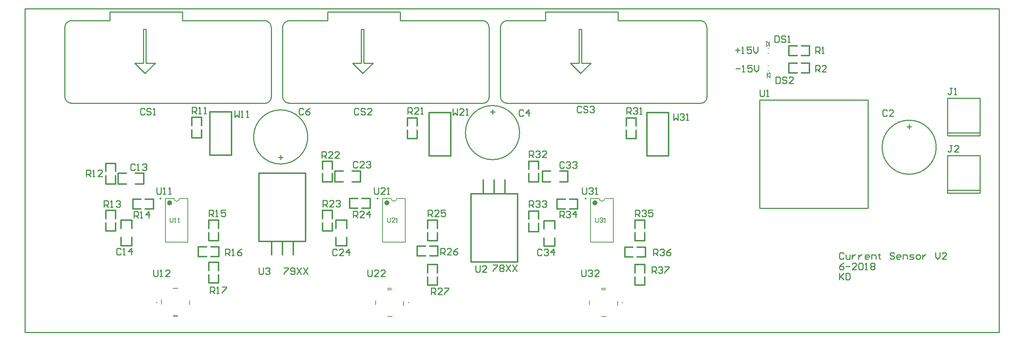
<source format=gto>
G04*
G04 #@! TF.GenerationSoftware,Altium Limited,Altium Designer,18.0.9 (584)*
G04*
G04 Layer_Color=65535*
%FSLAX43Y43*%
%MOMM*%
G71*
G01*
G75*
%ADD10C,0.254*%
%ADD11C,0.152*%
%ADD12C,0.200*%
%ADD13C,0.250*%
%ADD14C,0.600*%
%ADD15C,0.305*%
%ADD16C,0.178*%
D10*
X158563Y53883D02*
G03*
X159963Y55283I33J1367D01*
G01*
X159963Y71683D02*
G03*
X158363Y73283I-1600J0D01*
G01*
X113363D02*
G03*
X111563Y71683I-100J-1700D01*
G01*
X111563Y55483D02*
G03*
X113163Y53883I1600J0D01*
G01*
X107509D02*
G03*
X108909Y55283I33J1367D01*
G01*
X108909Y71683D02*
G03*
X107309Y73283I-1600J0D01*
G01*
X62309D02*
G03*
X60509Y71683I-100J-1700D01*
G01*
X60509Y55483D02*
G03*
X62109Y53883I1600J0D01*
G01*
X56455D02*
G03*
X57855Y55283I33J1367D01*
G01*
X57855Y71683D02*
G03*
X56255Y73283I-1600J0D01*
G01*
X11255D02*
G03*
X9455Y71683I-100J-1700D01*
G01*
X9455Y55483D02*
G03*
X11055Y53883I1600J0D01*
G01*
X66421Y45974D02*
G03*
X66421Y45974I-6350J0D01*
G01*
X116078Y46990D02*
G03*
X116078Y46990I-6350J0D01*
G01*
X213741Y43561D02*
G03*
X213741Y43561I-6350J0D01*
G01*
X139163Y73283D02*
X158363D01*
X112963D02*
X122163D01*
Y75283D01*
X139163D01*
Y73283D02*
Y75283D01*
X111563Y55483D02*
Y71683D01*
X112963Y53883D02*
X158563D01*
X159963Y55283D02*
Y71683D01*
X129963Y71283D02*
X130563D01*
X129963Y63283D02*
Y71283D01*
X127963Y63283D02*
X129963D01*
X127963D02*
X130363Y60883D01*
X132763Y63283D01*
X130563D02*
X132763D01*
X130563D02*
Y71283D01*
X88109Y73283D02*
X107309D01*
X61909D02*
X71109D01*
Y75283D01*
X88109D01*
Y73283D02*
Y75283D01*
X60509Y55483D02*
Y71683D01*
X61909Y53883D02*
X107509D01*
X108909Y55283D02*
Y71683D01*
X78909Y71283D02*
X79509D01*
X78909Y63283D02*
Y71283D01*
X76909Y63283D02*
X78909D01*
X76909D02*
X79309Y60883D01*
X81709Y63283D01*
X79509D02*
X81709D01*
X79509D02*
Y71283D01*
X37055Y73283D02*
X56255D01*
X10855D02*
X20055D01*
Y75283D01*
X37055D01*
Y73283D02*
Y75283D01*
X9455Y55483D02*
Y71683D01*
X10855Y53883D02*
X56455D01*
X57855Y55283D02*
Y71683D01*
X27855Y71283D02*
X28455D01*
X27855Y63283D02*
Y71283D01*
X25855Y63283D02*
X27855D01*
X25855D02*
X28255Y60883D01*
X30655Y63283D01*
X28455D02*
X30655D01*
X28455D02*
Y71283D01*
X60071Y40640D02*
Y41656D01*
X59563Y41148D02*
X60579D01*
X109728Y51308D02*
Y52324D01*
X109220Y51816D02*
X110236D01*
X207391Y47879D02*
Y48895D01*
X206883Y48387D02*
X207899D01*
X172329Y29210D02*
Y54610D01*
X197729D01*
Y29210D02*
Y54610D01*
X172329Y29210D02*
X197729D01*
X218135Y55067D02*
X224003D01*
X216332D02*
X218135D01*
X216332Y46279D02*
Y55067D01*
X224003Y46279D02*
Y55067D01*
X216332Y46279D02*
X224003D01*
X216357Y46965D02*
X224003D01*
X218135Y41605D02*
X224003D01*
X216332D02*
X218135D01*
X216332Y32817D02*
Y41605D01*
X224003Y32817D02*
Y41605D01*
X216332Y32817D02*
X224003D01*
X216357Y33503D02*
X224003D01*
X192024Y18591D02*
X191770Y18845D01*
X191262D01*
X191008Y18591D01*
Y17576D01*
X191262Y17322D01*
X191770D01*
X192024Y17576D01*
X192532Y18337D02*
Y17576D01*
X192785Y17322D01*
X193547D01*
Y18337D01*
X194055D02*
Y17322D01*
Y17829D01*
X194309Y18083D01*
X194563Y18337D01*
X194817D01*
X195579D02*
Y17322D01*
Y17829D01*
X195832Y18083D01*
X196086Y18337D01*
X196340D01*
X197864Y17322D02*
X197356D01*
X197102Y17576D01*
Y18083D01*
X197356Y18337D01*
X197864D01*
X198118Y18083D01*
Y17829D01*
X197102D01*
X198626Y17322D02*
Y18337D01*
X199387D01*
X199641Y18083D01*
Y17322D01*
X200403Y18591D02*
Y18337D01*
X200149D01*
X200657D01*
X200403D01*
Y17576D01*
X200657Y17322D01*
X203958Y18591D02*
X203704Y18845D01*
X203196D01*
X202942Y18591D01*
Y18337D01*
X203196Y18083D01*
X203704D01*
X203958Y17829D01*
Y17576D01*
X203704Y17322D01*
X203196D01*
X202942Y17576D01*
X205227Y17322D02*
X204720D01*
X204466Y17576D01*
Y18083D01*
X204720Y18337D01*
X205227D01*
X205481Y18083D01*
Y17829D01*
X204466D01*
X205989Y17322D02*
Y18337D01*
X206751D01*
X207005Y18083D01*
Y17322D01*
X207513D02*
X208274D01*
X208528Y17576D01*
X208274Y17829D01*
X207767D01*
X207513Y18083D01*
X207767Y18337D01*
X208528D01*
X209290Y17322D02*
X209798D01*
X210052Y17576D01*
Y18083D01*
X209798Y18337D01*
X209290D01*
X209036Y18083D01*
Y17576D01*
X209290Y17322D01*
X210560Y18337D02*
Y17322D01*
Y17829D01*
X210814Y18083D01*
X211068Y18337D01*
X211321D01*
X213607Y18845D02*
Y17829D01*
X214115Y17322D01*
X214622Y17829D01*
Y18845D01*
X216146Y17322D02*
X215130D01*
X216146Y18337D01*
Y18591D01*
X215892Y18845D01*
X215384D01*
X215130Y18591D01*
X192024Y16407D02*
X191516Y16153D01*
X191008Y15646D01*
Y15138D01*
X191262Y14884D01*
X191770D01*
X192024Y15138D01*
Y15392D01*
X191770Y15646D01*
X191008D01*
X192532D02*
X193547D01*
X195071Y14884D02*
X194055D01*
X195071Y15899D01*
Y16153D01*
X194817Y16407D01*
X194309D01*
X194055Y16153D01*
X195579D02*
X195832Y16407D01*
X196340D01*
X196594Y16153D01*
Y15138D01*
X196340Y14884D01*
X195832D01*
X195579Y15138D01*
Y16153D01*
X197102Y14884D02*
X197610D01*
X197356D01*
Y16407D01*
X197102Y16153D01*
X198372D02*
X198626Y16407D01*
X199133D01*
X199387Y16153D01*
Y15899D01*
X199133Y15646D01*
X199387Y15392D01*
Y15138D01*
X199133Y14884D01*
X198626D01*
X198372Y15138D01*
Y15392D01*
X198626Y15646D01*
X198372Y15899D01*
Y16153D01*
X198626Y15646D02*
X199133D01*
X191008Y13970D02*
Y12446D01*
Y12954D01*
X192024Y13970D01*
X191262Y13208D01*
X192024Y12446D01*
X192532Y13970D02*
Y12446D01*
X193293D01*
X193547Y12700D01*
Y13716D01*
X193293Y13970D01*
X192532D01*
X166751Y61976D02*
X167767D01*
X168275Y61214D02*
X168782D01*
X168528D01*
Y62738D01*
X168275Y62484D01*
X170560Y62738D02*
X169544D01*
Y61976D01*
X170052Y62230D01*
X170306D01*
X170560Y61976D01*
Y61468D01*
X170306Y61214D01*
X169798D01*
X169544Y61468D01*
X171068Y62738D02*
Y61722D01*
X171575Y61214D01*
X172083Y61722D01*
Y62738D01*
X166624Y66294D02*
X167640D01*
X167132Y66802D02*
Y65786D01*
X168148Y65532D02*
X168655D01*
X168401D01*
Y67056D01*
X168148Y66802D01*
X170433Y67056D02*
X169417D01*
Y66294D01*
X169925Y66548D01*
X170179D01*
X170433Y66294D01*
Y65786D01*
X170179Y65532D01*
X169671D01*
X169417Y65786D01*
X170941Y67056D02*
Y66040D01*
X171448Y65532D01*
X171956Y66040D01*
Y67056D01*
X152146Y51435D02*
Y49911D01*
X152654Y50419D01*
X153162Y49911D01*
Y51435D01*
X153670Y51181D02*
X153923Y51435D01*
X154431D01*
X154685Y51181D01*
Y50927D01*
X154431Y50673D01*
X154177D01*
X154431D01*
X154685Y50419D01*
Y50165D01*
X154431Y49911D01*
X153923D01*
X153670Y50165D01*
X155193Y49911D02*
X155701D01*
X155447D01*
Y51435D01*
X155193Y51181D01*
X100457Y52578D02*
Y51054D01*
X100965Y51562D01*
X101473Y51054D01*
Y52578D01*
X102996Y51054D02*
X101981D01*
X102996Y52070D01*
Y52324D01*
X102742Y52578D01*
X102234D01*
X101981Y52324D01*
X103504Y51054D02*
X104012D01*
X103758D01*
Y52578D01*
X103504Y52324D01*
X49276Y52070D02*
Y50546D01*
X49784Y51054D01*
X50292Y50546D01*
Y52070D01*
X50800Y50546D02*
X51307D01*
X51053D01*
Y52070D01*
X50800Y51816D01*
X52069Y50546D02*
X52577D01*
X52323D01*
Y52070D01*
X52069Y51816D01*
X130620Y14797D02*
Y13527D01*
X130873Y13274D01*
X131381D01*
X131635Y13527D01*
Y14797D01*
X132143Y14543D02*
X132397Y14797D01*
X132905D01*
X133159Y14543D01*
Y14289D01*
X132905Y14035D01*
X132651D01*
X132905D01*
X133159Y13781D01*
Y13527D01*
X132905Y13274D01*
X132397D01*
X132143Y13527D01*
X134682Y13274D02*
X133667D01*
X134682Y14289D01*
Y14543D01*
X134428Y14797D01*
X133920D01*
X133667Y14543D01*
X130759Y34086D02*
Y32817D01*
X131013Y32563D01*
X131521D01*
X131775Y32817D01*
Y34086D01*
X132283Y33832D02*
X132537Y34086D01*
X133044D01*
X133298Y33832D01*
Y33578D01*
X133044Y33325D01*
X132791D01*
X133044D01*
X133298Y33071D01*
Y32817D01*
X133044Y32563D01*
X132537D01*
X132283Y32817D01*
X133806Y32563D02*
X134314D01*
X134060D01*
Y34086D01*
X133806Y33832D01*
X80453Y14797D02*
Y13527D01*
X80707Y13274D01*
X81215D01*
X81469Y13527D01*
Y14797D01*
X82993Y13274D02*
X81977D01*
X82993Y14289D01*
Y14543D01*
X82739Y14797D01*
X82231D01*
X81977Y14543D01*
X84516Y13274D02*
X83501D01*
X84516Y14289D01*
Y14543D01*
X84262Y14797D01*
X83754D01*
X83501Y14543D01*
X81991Y34086D02*
Y32817D01*
X82245Y32563D01*
X82753D01*
X83007Y32817D01*
Y34086D01*
X84530Y32563D02*
X83515D01*
X84530Y33578D01*
Y33832D01*
X84276Y34086D01*
X83769D01*
X83515Y33832D01*
X85038Y32563D02*
X85546D01*
X85292D01*
Y34086D01*
X85038Y33832D01*
X30277Y14808D02*
Y13538D01*
X30531Y13284D01*
X31039D01*
X31292Y13538D01*
Y14808D01*
X31800Y13284D02*
X32308D01*
X32054D01*
Y14808D01*
X31800Y14554D01*
X34086Y13284D02*
X33070D01*
X34086Y14300D01*
Y14554D01*
X33832Y14808D01*
X33324D01*
X33070Y14554D01*
X31064Y34086D02*
Y32817D01*
X31318Y32563D01*
X31826D01*
X32080Y32817D01*
Y34086D01*
X32588Y32563D02*
X33096D01*
X32842D01*
Y34086D01*
X32588Y33832D01*
X33857Y32563D02*
X34365D01*
X34111D01*
Y34086D01*
X33857Y33832D01*
X54991Y15240D02*
Y13970D01*
X55245Y13716D01*
X55753D01*
X56007Y13970D01*
Y15240D01*
X56515Y14986D02*
X56768Y15240D01*
X57276D01*
X57530Y14986D01*
Y14732D01*
X57276Y14478D01*
X57022D01*
X57276D01*
X57530Y14224D01*
Y13970D01*
X57276Y13716D01*
X56768D01*
X56515Y13970D01*
X60833Y15240D02*
X61849D01*
Y14986D01*
X60833Y13970D01*
Y13716D01*
X62357Y13970D02*
X62610Y13716D01*
X63118D01*
X63372Y13970D01*
Y14986D01*
X63118Y15240D01*
X62610D01*
X62357Y14986D01*
Y14732D01*
X62610Y14478D01*
X63372D01*
X63880Y15240D02*
X64896Y13716D01*
Y15240D02*
X63880Y13716D01*
X65404Y15240D02*
X66419Y13716D01*
Y15240D02*
X65404Y13716D01*
X105791Y15830D02*
Y14560D01*
X106045Y14306D01*
X106553D01*
X106807Y14560D01*
Y15830D01*
X108330Y14306D02*
X107315D01*
X108330Y15322D01*
Y15576D01*
X108076Y15830D01*
X107568D01*
X107315Y15576D01*
X109855Y15918D02*
X110871D01*
Y15664D01*
X109855Y14648D01*
Y14394D01*
X111379Y15664D02*
X111632Y15918D01*
X112140D01*
X112394Y15664D01*
Y15410D01*
X112140Y15156D01*
X112394Y14902D01*
Y14648D01*
X112140Y14394D01*
X111632D01*
X111379Y14648D01*
Y14902D01*
X111632Y15156D01*
X111379Y15410D01*
Y15664D01*
X111632Y15156D02*
X112140D01*
X112902Y15918D02*
X113918Y14394D01*
Y15918D02*
X112902Y14394D01*
X114426Y15918D02*
X115441Y14394D01*
Y15918D02*
X114426Y14394D01*
X172446Y57033D02*
Y55764D01*
X172700Y55510D01*
X173208D01*
X173462Y55764D01*
Y57033D01*
X173970Y55510D02*
X174477D01*
X174223D01*
Y57033D01*
X173970Y56779D01*
X147066Y13970D02*
Y15494D01*
X147828D01*
X148082Y15240D01*
Y14732D01*
X147828Y14478D01*
X147066D01*
X147574D02*
X148082Y13970D01*
X148590Y15240D02*
X148843Y15494D01*
X149351D01*
X149605Y15240D01*
Y14986D01*
X149351Y14732D01*
X149097D01*
X149351D01*
X149605Y14478D01*
Y14224D01*
X149351Y13970D01*
X148843D01*
X148590Y14224D01*
X150113Y15494D02*
X151129D01*
Y15240D01*
X150113Y14224D01*
Y13970D01*
X147447Y18161D02*
Y19685D01*
X148209D01*
X148463Y19431D01*
Y18923D01*
X148209Y18669D01*
X147447D01*
X147955D02*
X148463Y18161D01*
X148971Y19431D02*
X149224Y19685D01*
X149732D01*
X149986Y19431D01*
Y19177D01*
X149732Y18923D01*
X149478D01*
X149732D01*
X149986Y18669D01*
Y18415D01*
X149732Y18161D01*
X149224D01*
X148971Y18415D01*
X151510Y19685D02*
X151002Y19431D01*
X150494Y18923D01*
Y18415D01*
X150748Y18161D01*
X151256D01*
X151510Y18415D01*
Y18669D01*
X151256Y18923D01*
X150494D01*
X143218Y27343D02*
Y28867D01*
X143980D01*
X144234Y28613D01*
Y28105D01*
X143980Y27851D01*
X143218D01*
X143726D02*
X144234Y27343D01*
X144741Y28613D02*
X144995Y28867D01*
X145503D01*
X145757Y28613D01*
Y28359D01*
X145503Y28105D01*
X145249D01*
X145503D01*
X145757Y27851D01*
Y27597D01*
X145503Y27343D01*
X144995D01*
X144741Y27597D01*
X147281Y28867D02*
X146265D01*
Y28105D01*
X146773Y28359D01*
X147027D01*
X147281Y28105D01*
Y27597D01*
X147027Y27343D01*
X146519D01*
X146265Y27597D01*
X125476Y27051D02*
Y28575D01*
X126238D01*
X126492Y28321D01*
Y27813D01*
X126238Y27559D01*
X125476D01*
X125984D02*
X126492Y27051D01*
X127000Y28321D02*
X127253Y28575D01*
X127761D01*
X128015Y28321D01*
Y28067D01*
X127761Y27813D01*
X127507D01*
X127761D01*
X128015Y27559D01*
Y27305D01*
X127761Y27051D01*
X127253D01*
X127000Y27305D01*
X129285Y27051D02*
Y28575D01*
X128523Y27813D01*
X129539D01*
X118326Y29502D02*
Y31026D01*
X119088D01*
X119342Y30772D01*
Y30264D01*
X119088Y30010D01*
X118326D01*
X118834D02*
X119342Y29502D01*
X119849Y30772D02*
X120103Y31026D01*
X120611D01*
X120865Y30772D01*
Y30518D01*
X120611Y30264D01*
X120357D01*
X120611D01*
X120865Y30010D01*
Y29756D01*
X120611Y29502D01*
X120103D01*
X119849Y29756D01*
X121373Y30772D02*
X121627Y31026D01*
X122135D01*
X122389Y30772D01*
Y30518D01*
X122135Y30264D01*
X121881D01*
X122135D01*
X122389Y30010D01*
Y29756D01*
X122135Y29502D01*
X121627D01*
X121373Y29756D01*
X118326Y41186D02*
Y42710D01*
X119088D01*
X119342Y42456D01*
Y41948D01*
X119088Y41694D01*
X118326D01*
X118834D02*
X119342Y41186D01*
X119849Y42456D02*
X120103Y42710D01*
X120611D01*
X120865Y42456D01*
Y42202D01*
X120611Y41948D01*
X120357D01*
X120611D01*
X120865Y41694D01*
Y41440D01*
X120611Y41186D01*
X120103D01*
X119849Y41440D01*
X122389Y41186D02*
X121373D01*
X122389Y42202D01*
Y42456D01*
X122135Y42710D01*
X121627D01*
X121373Y42456D01*
X141186Y51346D02*
Y52870D01*
X141948D01*
X142202Y52616D01*
Y52108D01*
X141948Y51854D01*
X141186D01*
X141694D02*
X142202Y51346D01*
X142709Y52616D02*
X142963Y52870D01*
X143471D01*
X143725Y52616D01*
Y52362D01*
X143471Y52108D01*
X143217D01*
X143471D01*
X143725Y51854D01*
Y51600D01*
X143471Y51346D01*
X142963D01*
X142709Y51600D01*
X144233Y51346D02*
X144741D01*
X144487D01*
Y52870D01*
X144233Y52616D01*
X95377Y9017D02*
Y10541D01*
X96139D01*
X96393Y10287D01*
Y9779D01*
X96139Y9525D01*
X95377D01*
X95885D02*
X96393Y9017D01*
X97916D02*
X96901D01*
X97916Y10033D01*
Y10287D01*
X97662Y10541D01*
X97154D01*
X96901Y10287D01*
X98424Y10541D02*
X99440D01*
Y10287D01*
X98424Y9271D01*
Y9017D01*
X97536Y18288D02*
Y19812D01*
X98298D01*
X98552Y19558D01*
Y19050D01*
X98298Y18796D01*
X97536D01*
X98044D02*
X98552Y18288D01*
X100075D02*
X99060D01*
X100075Y19304D01*
Y19558D01*
X99821Y19812D01*
X99313D01*
X99060Y19558D01*
X101599Y19812D02*
X101091Y19558D01*
X100583Y19050D01*
Y18542D01*
X100837Y18288D01*
X101345D01*
X101599Y18542D01*
Y18796D01*
X101345Y19050D01*
X100583D01*
X94577Y27343D02*
Y28867D01*
X95339D01*
X95593Y28613D01*
Y28105D01*
X95339Y27851D01*
X94577D01*
X95085D02*
X95593Y27343D01*
X97116D02*
X96100D01*
X97116Y28359D01*
Y28613D01*
X96862Y28867D01*
X96354D01*
X96100Y28613D01*
X98640Y28867D02*
X97624D01*
Y28105D01*
X98132Y28359D01*
X98386D01*
X98640Y28105D01*
Y27597D01*
X98386Y27343D01*
X97878D01*
X97624Y27597D01*
X77089Y27051D02*
Y28575D01*
X77851D01*
X78105Y28321D01*
Y27813D01*
X77851Y27559D01*
X77089D01*
X77597D02*
X78105Y27051D01*
X79628D02*
X78613D01*
X79628Y28067D01*
Y28321D01*
X79374Y28575D01*
X78866D01*
X78613Y28321D01*
X80898Y27051D02*
Y28575D01*
X80136Y27813D01*
X81152D01*
X69939Y29629D02*
Y31153D01*
X70701D01*
X70955Y30899D01*
Y30391D01*
X70701Y30137D01*
X69939D01*
X70447D02*
X70955Y29629D01*
X72478D02*
X71462D01*
X72478Y30645D01*
Y30899D01*
X72224Y31153D01*
X71716D01*
X71462Y30899D01*
X72986D02*
X73240Y31153D01*
X73748D01*
X74002Y30899D01*
Y30645D01*
X73748Y30391D01*
X73494D01*
X73748D01*
X74002Y30137D01*
Y29883D01*
X73748Y29629D01*
X73240D01*
X72986Y29883D01*
X69723Y41021D02*
Y42545D01*
X70485D01*
X70739Y42291D01*
Y41783D01*
X70485Y41529D01*
X69723D01*
X70231D02*
X70739Y41021D01*
X72262D02*
X71247D01*
X72262Y42037D01*
Y42291D01*
X72008Y42545D01*
X71500D01*
X71247Y42291D01*
X73786Y41021D02*
X72770D01*
X73786Y42037D01*
Y42291D01*
X73532Y42545D01*
X73024D01*
X72770Y42291D01*
X89878Y51346D02*
Y52870D01*
X90640D01*
X90894Y52616D01*
Y52108D01*
X90640Y51854D01*
X89878D01*
X90386D02*
X90894Y51346D01*
X92417D02*
X91401D01*
X92417Y52362D01*
Y52616D01*
X92163Y52870D01*
X91655D01*
X91401Y52616D01*
X92925Y51346D02*
X93433D01*
X93179D01*
Y52870D01*
X92925Y52616D01*
X43561Y9271D02*
Y10795D01*
X44323D01*
X44577Y10541D01*
Y10033D01*
X44323Y9779D01*
X43561D01*
X44069D02*
X44577Y9271D01*
X45085D02*
X45592D01*
X45338D01*
Y10795D01*
X45085Y10541D01*
X46354Y10795D02*
X47370D01*
Y10541D01*
X46354Y9525D01*
Y9271D01*
X47117Y18161D02*
Y19685D01*
X47879D01*
X48133Y19431D01*
Y18923D01*
X47879Y18669D01*
X47117D01*
X47625D02*
X48133Y18161D01*
X48641D02*
X49148D01*
X48894D01*
Y19685D01*
X48641Y19431D01*
X50926Y19685D02*
X50418Y19431D01*
X49910Y18923D01*
Y18415D01*
X50164Y18161D01*
X50672D01*
X50926Y18415D01*
Y18669D01*
X50672Y18923D01*
X49910D01*
X43269Y27343D02*
Y28867D01*
X44031D01*
X44285Y28613D01*
Y28105D01*
X44031Y27851D01*
X43269D01*
X43777D02*
X44285Y27343D01*
X44792D02*
X45300D01*
X45046D01*
Y28867D01*
X44792Y28613D01*
X47078Y28867D02*
X46062D01*
Y28105D01*
X46570Y28359D01*
X46824D01*
X47078Y28105D01*
Y27597D01*
X46824Y27343D01*
X46316D01*
X46062Y27597D01*
X25654Y26924D02*
Y28448D01*
X26416D01*
X26670Y28194D01*
Y27686D01*
X26416Y27432D01*
X25654D01*
X26162D02*
X26670Y26924D01*
X27178D02*
X27685D01*
X27431D01*
Y28448D01*
X27178Y28194D01*
X29209Y26924D02*
Y28448D01*
X28447Y27686D01*
X29463D01*
X18669Y29464D02*
Y30988D01*
X19431D01*
X19685Y30734D01*
Y30226D01*
X19431Y29972D01*
X18669D01*
X19177D02*
X19685Y29464D01*
X20193D02*
X20700D01*
X20446D01*
Y30988D01*
X20193Y30734D01*
X21462D02*
X21716Y30988D01*
X22224D01*
X22478Y30734D01*
Y30480D01*
X22224Y30226D01*
X21970D01*
X22224D01*
X22478Y29972D01*
Y29718D01*
X22224Y29464D01*
X21716D01*
X21462Y29718D01*
X14478Y36703D02*
Y38227D01*
X15240D01*
X15494Y37973D01*
Y37465D01*
X15240Y37211D01*
X14478D01*
X14986D02*
X15494Y36703D01*
X16002D02*
X16509D01*
X16255D01*
Y38227D01*
X16002Y37973D01*
X18287Y36703D02*
X17271D01*
X18287Y37719D01*
Y37973D01*
X18033Y38227D01*
X17525D01*
X17271Y37973D01*
X39332Y51473D02*
Y52997D01*
X40094D01*
X40348Y52743D01*
Y52235D01*
X40094Y51981D01*
X39332D01*
X39840D02*
X40348Y51473D01*
X40855D02*
X41363D01*
X41109D01*
Y52997D01*
X40855Y52743D01*
X42125Y51473D02*
X42633D01*
X42379D01*
Y52997D01*
X42125Y52743D01*
X185420Y61214D02*
Y62738D01*
X186182D01*
X186436Y62484D01*
Y61976D01*
X186182Y61722D01*
X185420D01*
X185928D02*
X186436Y61214D01*
X187959D02*
X186944D01*
X187959Y62230D01*
Y62484D01*
X187705Y62738D01*
X187197D01*
X186944Y62484D01*
X185420Y65532D02*
Y67056D01*
X186182D01*
X186436Y66802D01*
Y66294D01*
X186182Y66040D01*
X185420D01*
X185928D02*
X186436Y65532D01*
X186944D02*
X187451D01*
X187197D01*
Y67056D01*
X186944Y66802D01*
X217474Y44018D02*
X216967D01*
X217221D01*
Y42748D01*
X216967Y42494D01*
X216713D01*
X216459Y42748D01*
X218998Y42494D02*
X217982D01*
X218998Y43510D01*
Y43764D01*
X218744Y44018D01*
X218236D01*
X217982Y43764D01*
X217474Y57480D02*
X216967D01*
X217221D01*
Y56210D01*
X216967Y55956D01*
X216713D01*
X216459Y56210D01*
X217982Y55956D02*
X218490D01*
X218236D01*
Y57480D01*
X217982Y57226D01*
X176149Y60071D02*
Y58547D01*
X176911D01*
X177165Y58801D01*
Y59817D01*
X176911Y60071D01*
X176149D01*
X178688Y59817D02*
X178434Y60071D01*
X177926D01*
X177673Y59817D01*
Y59563D01*
X177926Y59309D01*
X178434D01*
X178688Y59055D01*
Y58801D01*
X178434Y58547D01*
X177926D01*
X177673Y58801D01*
X180212Y58547D02*
X179196D01*
X180212Y59563D01*
Y59817D01*
X179958Y60071D01*
X179450D01*
X179196Y59817D01*
X175861Y69723D02*
Y68199D01*
X176623D01*
X176877Y68453D01*
Y69469D01*
X176623Y69723D01*
X175861D01*
X178400Y69469D02*
X178146Y69723D01*
X177638D01*
X177385Y69469D01*
Y69215D01*
X177638Y68961D01*
X178146D01*
X178400Y68707D01*
Y68453D01*
X178146Y68199D01*
X177638D01*
X177385Y68453D01*
X178908Y68199D02*
X179416D01*
X179162D01*
Y69723D01*
X178908Y69469D01*
X130556Y52959D02*
X130302Y53213D01*
X129794D01*
X129540Y52959D01*
Y51943D01*
X129794Y51689D01*
X130302D01*
X130556Y51943D01*
X132079Y52959D02*
X131825Y53213D01*
X131317D01*
X131064Y52959D01*
Y52705D01*
X131317Y52451D01*
X131825D01*
X132079Y52197D01*
Y51943D01*
X131825Y51689D01*
X131317D01*
X131064Y51943D01*
X132587Y52959D02*
X132841Y53213D01*
X133349D01*
X133603Y52959D01*
Y52705D01*
X133349Y52451D01*
X133095D01*
X133349D01*
X133603Y52197D01*
Y51943D01*
X133349Y51689D01*
X132841D01*
X132587Y51943D01*
X78359Y52451D02*
X78105Y52705D01*
X77597D01*
X77343Y52451D01*
Y51435D01*
X77597Y51181D01*
X78105D01*
X78359Y51435D01*
X79882Y52451D02*
X79628Y52705D01*
X79120D01*
X78867Y52451D01*
Y52197D01*
X79120Y51943D01*
X79628D01*
X79882Y51689D01*
Y51435D01*
X79628Y51181D01*
X79120D01*
X78867Y51435D01*
X81406Y51181D02*
X80390D01*
X81406Y52197D01*
Y52451D01*
X81152Y52705D01*
X80644D01*
X80390Y52451D01*
X28194D02*
X27940Y52705D01*
X27432D01*
X27178Y52451D01*
Y51435D01*
X27432Y51181D01*
X27940D01*
X28194Y51435D01*
X29717Y52451D02*
X29463Y52705D01*
X28955D01*
X28701Y52451D01*
Y52197D01*
X28955Y51943D01*
X29463D01*
X29717Y51689D01*
Y51435D01*
X29463Y51181D01*
X28955D01*
X28701Y51435D01*
X30225Y51181D02*
X30733D01*
X30479D01*
Y52705D01*
X30225Y52451D01*
X121285Y19431D02*
X121031Y19685D01*
X120523D01*
X120269Y19431D01*
Y18415D01*
X120523Y18161D01*
X121031D01*
X121285Y18415D01*
X121793Y19431D02*
X122046Y19685D01*
X122554D01*
X122808Y19431D01*
Y19177D01*
X122554Y18923D01*
X122300D01*
X122554D01*
X122808Y18669D01*
Y18415D01*
X122554Y18161D01*
X122046D01*
X121793Y18415D01*
X124078Y18161D02*
Y19685D01*
X123316Y18923D01*
X124332D01*
X126492Y39878D02*
X126238Y40132D01*
X125730D01*
X125476Y39878D01*
Y38862D01*
X125730Y38608D01*
X126238D01*
X126492Y38862D01*
X127000Y39878D02*
X127253Y40132D01*
X127761D01*
X128015Y39878D01*
Y39624D01*
X127761Y39370D01*
X127507D01*
X127761D01*
X128015Y39116D01*
Y38862D01*
X127761Y38608D01*
X127253D01*
X127000Y38862D01*
X128523Y39878D02*
X128777Y40132D01*
X129285D01*
X129539Y39878D01*
Y39624D01*
X129285Y39370D01*
X129031D01*
X129285D01*
X129539Y39116D01*
Y38862D01*
X129285Y38608D01*
X128777D01*
X128523Y38862D01*
X73279Y19431D02*
X73025Y19685D01*
X72517D01*
X72263Y19431D01*
Y18415D01*
X72517Y18161D01*
X73025D01*
X73279Y18415D01*
X74802Y18161D02*
X73787D01*
X74802Y19177D01*
Y19431D01*
X74548Y19685D01*
X74040D01*
X73787Y19431D01*
X76072Y18161D02*
Y19685D01*
X75310Y18923D01*
X76326D01*
X78105Y40005D02*
X77851Y40259D01*
X77343D01*
X77089Y40005D01*
Y38989D01*
X77343Y38735D01*
X77851D01*
X78105Y38989D01*
X79628Y38735D02*
X78613D01*
X79628Y39751D01*
Y40005D01*
X79374Y40259D01*
X78866D01*
X78613Y40005D01*
X80136D02*
X80390Y40259D01*
X80898D01*
X81152Y40005D01*
Y39751D01*
X80898Y39497D01*
X80644D01*
X80898D01*
X81152Y39243D01*
Y38989D01*
X80898Y38735D01*
X80390D01*
X80136Y38989D01*
X22606Y19558D02*
X22352Y19812D01*
X21844D01*
X21590Y19558D01*
Y18542D01*
X21844Y18288D01*
X22352D01*
X22606Y18542D01*
X23114Y18288D02*
X23621D01*
X23367D01*
Y19812D01*
X23114Y19558D01*
X25145Y18288D02*
Y19812D01*
X24383Y19050D01*
X25399D01*
X25908Y39370D02*
X25654Y39624D01*
X25146D01*
X24892Y39370D01*
Y38354D01*
X25146Y38100D01*
X25654D01*
X25908Y38354D01*
X26416Y38100D02*
X26923D01*
X26669D01*
Y39624D01*
X26416Y39370D01*
X27685D02*
X27939Y39624D01*
X28447D01*
X28701Y39370D01*
Y39116D01*
X28447Y38862D01*
X28193D01*
X28447D01*
X28701Y38608D01*
Y38354D01*
X28447Y38100D01*
X27939D01*
X27685Y38354D01*
X65405Y52451D02*
X65151Y52705D01*
X64643D01*
X64389Y52451D01*
Y51435D01*
X64643Y51181D01*
X65151D01*
X65405Y51435D01*
X66928Y52705D02*
X66420Y52451D01*
X65913Y51943D01*
Y51435D01*
X66166Y51181D01*
X66674D01*
X66928Y51435D01*
Y51689D01*
X66674Y51943D01*
X65913D01*
X116967Y52070D02*
X116713Y52324D01*
X116205D01*
X115951Y52070D01*
Y51054D01*
X116205Y50800D01*
X116713D01*
X116967Y51054D01*
X118236Y50800D02*
Y52324D01*
X117475Y51562D01*
X118490D01*
X202184Y52070D02*
X201930Y52324D01*
X201422D01*
X201168Y52070D01*
Y51054D01*
X201422Y50800D01*
X201930D01*
X202184Y51054D01*
X203707Y50800D02*
X202692D01*
X203707Y51816D01*
Y52070D01*
X203453Y52324D01*
X202945D01*
X202692Y52070D01*
X127Y76073D02*
X127Y127D01*
X228473D01*
X228473Y76073D02*
X228473Y127D01*
X127Y76073D02*
X228473D01*
D11*
X31087Y7114D02*
G03*
X31087Y7114I-76J0D01*
G01*
X90093D02*
G03*
X90093Y7114I-76J0D01*
G01*
X140259D02*
G03*
X140259Y7114I-76J0D01*
G01*
X34931Y4114D02*
X35931D01*
X34831Y10414D02*
X35931D01*
X32131Y6714D02*
Y7814D01*
X34931Y3814D02*
X35931D01*
X38731Y6614D02*
Y7614D01*
X85097Y10114D02*
X86097D01*
X85097Y3814D02*
X86197D01*
X88897Y6414D02*
Y7514D01*
X85097Y10414D02*
X86097D01*
X82297Y6614D02*
Y7614D01*
X135263Y10114D02*
X136263D01*
X135263Y3814D02*
X136363D01*
X139063Y6414D02*
Y7514D01*
X135263Y10414D02*
X136263D01*
X132463Y6614D02*
Y7614D01*
D12*
X35052Y31516D02*
G03*
X36322Y31516I635J0D01*
G01*
X85979D02*
G03*
X87249Y31516I635J0D01*
G01*
X134747D02*
G03*
X136017Y31516I635J0D01*
G01*
X174320Y62728D02*
X174422D01*
X174320Y61478D02*
X174422D01*
X174144Y59853D02*
Y61123D01*
Y60488D02*
X174779Y59853D01*
X174144Y60488D02*
X174779Y61123D01*
Y59853D02*
Y61123D01*
X174320Y65542D02*
X174422D01*
X174320Y66792D02*
X174422D01*
X174598Y67147D02*
Y68417D01*
X173963D02*
X174598Y67782D01*
X173963Y67147D02*
X174598Y67782D01*
X173963Y67147D02*
Y68417D01*
X33037Y21316D02*
Y31516D01*
X38337Y21316D02*
Y31516D01*
X33037D02*
X35052D01*
X36322D02*
X38337D01*
X33037Y21316D02*
X38337D01*
X83964D02*
Y31516D01*
X89264Y21316D02*
Y31516D01*
X83964D02*
X85979D01*
X87249D02*
X89264D01*
X83964Y21316D02*
X89264D01*
X132732D02*
Y31516D01*
X138032Y21316D02*
Y31516D01*
X132732D02*
X134747D01*
X136017D02*
X138032D01*
X132732Y21316D02*
X138032D01*
D13*
X32002Y31526D02*
G03*
X32002Y31526I-125J0D01*
G01*
X82929D02*
G03*
X82929Y31526I-125J0D01*
G01*
X131697D02*
G03*
X131697Y31526I-125J0D01*
G01*
D14*
X34337Y30516D02*
G03*
X34337Y30516I-300J0D01*
G01*
X85264D02*
G03*
X85264Y30516I-300J0D01*
G01*
X134032D02*
G03*
X134032Y30516I-300J0D01*
G01*
D15*
X65913Y34163D02*
Y35116D01*
Y37465D01*
X54991D02*
X65913D01*
Y21463D02*
Y34163D01*
X54991Y21463D02*
X65913D01*
X54991D02*
Y33274D01*
Y35814D01*
Y37465D01*
X57912Y18288D02*
Y21463D01*
X60452Y18288D02*
Y21463D01*
X62992Y18288D02*
Y21463D01*
X104648Y16637D02*
X115570D01*
X104648D02*
Y18288D01*
Y20828D01*
Y32639D01*
X115570D01*
Y20828D02*
Y32639D01*
Y18288D02*
Y20828D01*
Y16637D02*
Y18288D01*
X112649Y32639D02*
Y35814D01*
X110109Y32639D02*
Y35814D01*
X107569Y32639D02*
Y35814D01*
X121793Y20320D02*
Y22225D01*
X124333Y20320D02*
Y22225D01*
Y24384D02*
Y26289D01*
X121793Y24384D02*
Y26289D01*
Y20320D02*
X124333D01*
X121793Y26289D02*
X124333D01*
X121412Y37973D02*
X123317D01*
X121412Y35433D02*
X123317D01*
X125476D02*
X127381D01*
X125476Y37973D02*
X127381D01*
X121412Y35433D02*
Y37973D01*
X127381Y35433D02*
Y37973D01*
X73025Y20447D02*
Y22352D01*
X75565Y20447D02*
Y22352D01*
Y24511D02*
Y26416D01*
X73025Y24511D02*
Y26416D01*
Y20447D02*
X75565D01*
X73025Y26416D02*
X75565D01*
X72771Y37973D02*
X74676D01*
X72771Y35433D02*
X74676D01*
X76835D02*
X78740D01*
X76835Y37973D02*
X78740D01*
X72771Y35433D02*
Y37973D01*
X78740Y35433D02*
Y37973D01*
X22606Y20447D02*
Y22352D01*
X25146Y20447D02*
Y22352D01*
Y24511D02*
Y26416D01*
X22606Y24511D02*
Y26416D01*
Y20447D02*
X25146D01*
X22606Y26416D02*
X25146D01*
X21971Y37465D02*
X23876D01*
X21971Y34925D02*
X23876D01*
X26035D02*
X27940D01*
X26035Y37465D02*
X27940D01*
X21971Y34925D02*
Y37465D01*
X27940Y34925D02*
Y37465D01*
X124841Y31369D02*
X126746D01*
X124841Y29083D02*
X126746D01*
X127762D02*
X129667D01*
X127762Y31369D02*
X129667D01*
X124841Y29083D02*
Y31369D01*
X129667Y29083D02*
Y31369D01*
X143129Y11176D02*
Y13081D01*
X145415Y11176D02*
Y13081D01*
Y14097D02*
Y16002D01*
X143129Y14097D02*
Y16002D01*
Y11176D02*
X145415D01*
X143129Y16002D02*
X145415D01*
X143637Y17780D02*
X145542D01*
X143637Y20066D02*
X145542D01*
X140716D02*
X142621D01*
X140716Y17780D02*
X142621D01*
X145542D02*
Y20066D01*
X140716Y17780D02*
Y20066D01*
X145923Y41529D02*
X151003D01*
Y51689D01*
X145923D02*
X148463D01*
X145923Y41529D02*
Y51689D01*
X148184D02*
X151003D01*
X94996Y18034D02*
X96901D01*
X94996Y20320D02*
X96901D01*
X92075D02*
X93980D01*
X92075Y18034D02*
X93980D01*
X96901D02*
Y20320D01*
X92075Y18034D02*
Y20320D01*
X94488Y11176D02*
Y13081D01*
X96774Y11176D02*
Y13081D01*
Y14097D02*
Y16002D01*
X94488Y14097D02*
Y16002D01*
Y11176D02*
X96774D01*
X94488Y16002D02*
X96774D01*
X69850Y35433D02*
Y37338D01*
X72136Y35433D02*
Y37338D01*
Y38354D02*
Y40259D01*
X69850Y38354D02*
Y40259D01*
Y35433D02*
X72136D01*
X69850Y40259D02*
X72136D01*
X76200Y31496D02*
X78105D01*
X76200Y29210D02*
X78105D01*
X79121D02*
X81026D01*
X79121Y31496D02*
X81026D01*
X76200Y29210D02*
Y31496D01*
X81026Y29210D02*
Y31496D01*
X94869Y41529D02*
X99949D01*
Y51689D01*
X94869D02*
X97409D01*
X94869Y41529D02*
Y51689D01*
X97130D02*
X99949D01*
X43434Y41656D02*
X48514D01*
Y51816D01*
X43434D02*
X45974D01*
X43434Y41656D02*
Y51816D01*
X45695D02*
X48514D01*
X25400Y31369D02*
X27305D01*
X25400Y29083D02*
X27305D01*
X28321D02*
X30226D01*
X28321Y31369D02*
X30226D01*
X25400Y29083D02*
Y31369D01*
X30226Y29083D02*
Y31369D01*
X19050Y34925D02*
Y36830D01*
X21336Y34925D02*
Y36830D01*
Y37846D02*
Y39751D01*
X19050Y37846D02*
Y39751D01*
Y34925D02*
X21336D01*
X19050Y39751D02*
X21336D01*
X19050Y23876D02*
Y25781D01*
X21336Y23876D02*
Y25781D01*
Y26797D02*
Y28702D01*
X19050Y26797D02*
Y28702D01*
Y23876D02*
X21336D01*
X19050Y28702D02*
X21336D01*
X182118Y65024D02*
X184023D01*
X182118Y67310D02*
X184023D01*
X179197D02*
X181102D01*
X179197Y65024D02*
X181102D01*
X184023D02*
Y67310D01*
X179197Y65024D02*
Y67310D01*
X182118Y60960D02*
X184023D01*
X182118Y63246D02*
X184023D01*
X179197D02*
X181102D01*
X179197Y60960D02*
X181102D01*
X184023D02*
Y63246D01*
X179197Y60960D02*
Y63246D01*
X43180Y11684D02*
Y13589D01*
X45466Y11684D02*
Y13589D01*
Y14605D02*
Y16510D01*
X43180Y14605D02*
Y16510D01*
Y11684D02*
X45466D01*
X43180Y16510D02*
X45466D01*
X43688Y17907D02*
X45593D01*
X43688Y20193D02*
X45593D01*
X40767D02*
X42672D01*
X40767Y17907D02*
X42672D01*
X45593D02*
Y20193D01*
X40767Y17907D02*
Y20193D01*
X43180Y21590D02*
Y23495D01*
X45466Y21590D02*
Y23495D01*
Y24511D02*
Y26416D01*
X43180Y24511D02*
Y26416D01*
Y21590D02*
X45466D01*
X43180Y26416D02*
X45466D01*
X39243Y45720D02*
Y47625D01*
X41529Y45720D02*
Y47625D01*
Y48641D02*
Y50546D01*
X39243Y48641D02*
Y50546D01*
Y45720D02*
X41529D01*
X39243Y50546D02*
X41529D01*
X94488Y21590D02*
Y23495D01*
X96774Y21590D02*
Y23495D01*
Y24511D02*
Y26416D01*
X94488Y24511D02*
Y26416D01*
Y21590D02*
X96774D01*
X94488Y26416D02*
X96774D01*
X69850Y23876D02*
Y25781D01*
X72136Y23876D02*
Y25781D01*
Y26797D02*
Y28702D01*
X69850Y26797D02*
Y28702D01*
Y23876D02*
X72136D01*
X69850Y28702D02*
X72136D01*
X89789Y45593D02*
Y47498D01*
X92075Y45593D02*
Y47498D01*
Y48514D02*
Y50419D01*
X89789Y48514D02*
Y50419D01*
Y45593D02*
X92075D01*
X89789Y50419D02*
X92075D01*
X143129Y21590D02*
Y23495D01*
X145415Y21590D02*
Y23495D01*
Y24511D02*
Y26416D01*
X143129Y24511D02*
Y26416D01*
Y21590D02*
X145415D01*
X143129Y26416D02*
X145415D01*
X118237Y23749D02*
Y25654D01*
X120523Y23749D02*
Y25654D01*
Y26670D02*
Y28575D01*
X118237Y26670D02*
Y28575D01*
Y23749D02*
X120523D01*
X118237Y28575D02*
X120523D01*
X118237Y35433D02*
Y37338D01*
X120523Y35433D02*
Y37338D01*
Y38354D02*
Y40259D01*
X118237Y38354D02*
Y40259D01*
Y35433D02*
X120523D01*
X118237Y40259D02*
X120523D01*
X141097Y45593D02*
Y47498D01*
X143383Y45593D02*
Y47498D01*
Y48514D02*
Y50419D01*
X141097Y48514D02*
Y50419D01*
Y45593D02*
X143383D01*
X141097Y50419D02*
X143383D01*
D16*
X34163Y26924D02*
Y26077D01*
X34332Y25908D01*
X34671D01*
X34840Y26077D01*
Y26924D01*
X35179Y25908D02*
X35517D01*
X35348D01*
Y26924D01*
X35179Y26754D01*
X36025Y25908D02*
X36364D01*
X36194D01*
Y26924D01*
X36025Y26754D01*
X85090Y26924D02*
Y26077D01*
X85259Y25908D01*
X85598D01*
X85767Y26077D01*
Y26924D01*
X86783Y25908D02*
X86106D01*
X86783Y26585D01*
Y26754D01*
X86614Y26924D01*
X86275D01*
X86106Y26754D01*
X87121Y25908D02*
X87460D01*
X87291D01*
Y26924D01*
X87121Y26754D01*
X133858Y26924D02*
Y26077D01*
X134027Y25908D01*
X134366D01*
X134535Y26077D01*
Y26924D01*
X134874Y26754D02*
X135043Y26924D01*
X135382D01*
X135551Y26754D01*
Y26585D01*
X135382Y26416D01*
X135212D01*
X135382D01*
X135551Y26247D01*
Y26077D01*
X135382Y25908D01*
X135043D01*
X134874Y26077D01*
X135889Y25908D02*
X136228D01*
X136059D01*
Y26924D01*
X135889Y26754D01*
M02*

</source>
